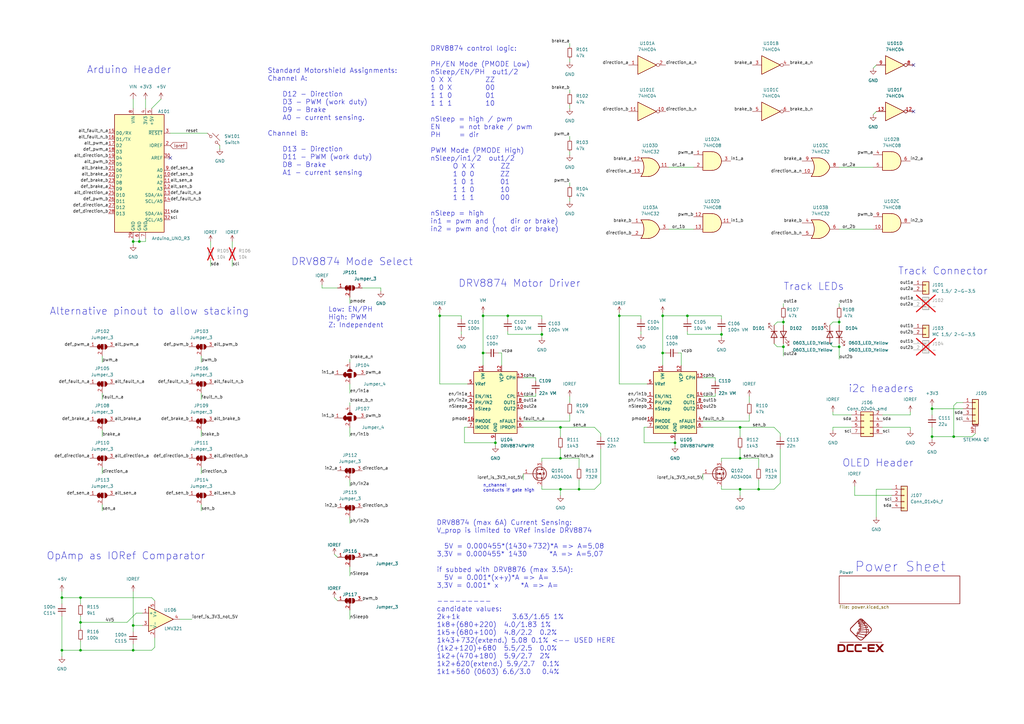
<source format=kicad_sch>
(kicad_sch (version 20230121) (generator eeschema)
  (paper "A3")
  (title_block (title "EX-Motorshield8874") (date "2024-01-24") (rev "RevA") (company "semify-eda.com") (comment 1 "Engineer: Erwin Peterlin") (comment 3 "CERN-OHL-W v2 or later") (comment 4 "Licensed under"))
  (junction (at 25.4 245.11))
  (junction (at 311.15 200.66))
  (junction (at 344.17 142.24))
  (junction (at 57.15 99.06))
  (junction (at 222.25 137.16))
  (junction (at 295.91 137.16))
  (junction (at 54.61 256.54))
  (junction (at 25.4 266.7))
  (junction (at 229.87 187.96))
  (junction (at 208.28 129.54))
  (junction (at 237.49 200.66))
  (junction (at 54.61 99.06))
  (junction (at 321.31 132.08))
  (junction (at 271.78 129.54))
  (junction (at 254 129.54))
  (junction (at 33.02 245.11))
  (junction (at 198.12 129.54))
  (junction (at 229.87 175.26))
  (junction (at 391.16 179.07))
  (junction (at 198.12 144.78))
  (junction (at 180.34 129.54))
  (junction (at 276.86 181.61))
  (junction (at 303.53 200.66))
  (junction (at 281.94 129.54))
  (junction (at 229.87 200.66))
  (junction (at 54.61 266.7))
  (junction (at 382.27 179.07))
  (junction (at 303.53 175.26))
  (junction (at 344.17 132.08))
  (junction (at 33.02 255.27))
  (junction (at 382.27 167.64))
  (junction (at 203.2 181.61))
  (junction (at 271.78 144.78))
  (junction (at 303.53 187.96))
  (junction (at 33.02 266.7))
  (junction (at 321.31 142.24))
  (no_connect (at 374.65 45.72))
  (no_connect (at 69.85 64.77))
  (no_connect (at 374.65 26.67))
  (wire (pts (xy 303.53 187.96) (xy 311.15 187.96)))
  (wire (pts (xy 82.55 194.31) (xy 82.55 191.77)))
  (wire (pts (xy 344.17 93.98) (xy 358.14 93.98)))
  (wire (pts (xy 143.51 254) (xy 143.51 250.19)))
  (wire (pts (xy 57.15 99.06) (xy 59.69 99.06)))
  (wire (pts (xy 25.4 245.11) (xy 25.4 247.65)))
  (wire (pts (xy 262.89 137.16) (xy 262.89 135.89)))
  (wire (pts (xy 271.78 144.78) (xy 273.05 144.78)))
  (wire (pts (xy 222.25 200.66) (xy 229.87 200.66)))
  (wire (pts (xy 41.91 163.83) (xy 41.91 161.29)))
  (wire (pts (xy 341.63 170.18) (xy 349.25 170.18)))
  (wire (pts (xy 359.41 200.66) (xy 359.41 212.09)))
  (wire (pts (xy 392.43 165.1) (xy 391.16 166.37)))
  (wire (pts (xy 229.87 175.26) (xy 229.87 179.07)))
  (wire (pts (xy 295.91 187.96) (xy 303.53 187.96)))
  (wire (pts (xy 307.34 170.18) (xy 307.34 172.72)))
  (wire (pts (xy 321.31 124.46) (xy 321.31 125.73)))
  (wire (pts (xy 295.91 137.16) (xy 281.94 137.16)))
  (wire (pts (xy 233.68 38.1) (xy 233.68 36.83)))
  (wire (pts (xy 189.23 137.16) (xy 189.23 135.89)))
  (wire (pts (xy 95.25 109.22) (xy 95.25 106.68)))
  (wire (pts (xy 391.16 179.07) (xy 398.78 179.07)))
  (wire (pts (xy 276.86 182.88) (xy 276.86 181.61)))
  (wire (pts (xy 203.2 182.88) (xy 203.2 181.61)))
  (wire (pts (xy 382.27 167.64) (xy 382.27 170.18)))
  (wire (pts (xy 190.5 175.26) (xy 191.77 175.26)))
  (wire (pts (xy 143.51 124.46) (xy 143.51 121.92)))
  (wire (pts (xy 222.25 199.39) (xy 222.25 200.66)))
  (wire (pts (xy 233.68 24.13) (xy 233.68 25.4)))
  (wire (pts (xy 233.68 76.2) (xy 233.68 74.93)))
  (wire (pts (xy 237.49 196.85) (xy 237.49 200.66)))
  (wire (pts (xy 198.12 144.78) (xy 199.39 144.78)))
  (wire (pts (xy 341.63 175.26) (xy 349.25 175.26)))
  (wire (pts (xy 320.04 184.15) (xy 320.04 198.12)))
  (wire (pts (xy 62.23 245.11) (xy 63.5 246.38)))
  (wire (pts (xy 264.16 181.61) (xy 276.86 181.61)))
  (wire (pts (xy 143.51 147.32) (xy 143.51 148.59)))
  (wire (pts (xy 86.36 109.22) (xy 86.36 106.68)))
  (wire (pts (xy 340.36 140.97) (xy 341.63 142.24)))
  (wire (pts (xy 95.25 99.06) (xy 95.25 101.6)))
  (wire (pts (xy 392.43 165.1) (xy 394.97 165.1)))
  (wire (pts (xy 233.68 162.56) (xy 233.68 165.1)))
  (wire (pts (xy 205.74 144.78) (xy 205.74 149.86)))
  (wire (pts (xy 303.53 184.15) (xy 303.53 187.96)))
  (wire (pts (xy 143.51 214.63) (xy 143.51 212.09)))
  (wire (pts (xy 237.49 200.66) (xy 243.84 200.66)))
  (wire (pts (xy 321.31 130.81) (xy 321.31 132.08)))
  (wire (pts (xy 198.12 129.54) (xy 198.12 144.78)))
  (wire (pts (xy 25.4 266.7) (xy 25.4 269.24)))
  (wire (pts (xy 237.49 187.96) (xy 237.49 191.77)))
  (wire (pts (xy 219.71 161.29) (xy 219.71 162.56)))
  (wire (pts (xy 276.86 180.34) (xy 276.86 181.61)))
  (wire (pts (xy 271.78 129.54) (xy 281.94 129.54)))
  (wire (pts (xy 246.38 184.15) (xy 246.38 198.12)))
  (wire (pts (xy 318.77 132.08) (xy 321.31 132.08)))
  (wire (pts (xy 214.63 154.94) (xy 219.71 154.94)))
  (wire (pts (xy 190.5 175.26) (xy 190.5 181.61)))
  (wire (pts (xy 41.91 194.31) (xy 41.91 191.77)))
  (wire (pts (xy 62.23 266.7) (xy 63.5 265.43)))
  (wire (pts (xy 293.37 162.56) (xy 288.29 162.56)))
  (wire (pts (xy 55.88 251.46) (xy 58.42 251.46)))
  (wire (pts (xy 243.84 175.26) (xy 246.38 177.8)))
  (wire (pts (xy 344.17 124.46) (xy 344.17 125.73)))
  (wire (pts (xy 254 129.54) (xy 254 157.48)))
  (wire (pts (xy 69.85 54.61) (xy 85.09 54.61)))
  (wire (pts (xy 318.77 142.24) (xy 321.31 142.24)))
  (wire (pts (xy 198.12 144.78) (xy 198.12 149.86)))
  (wire (pts (xy 132.08 116.84) (xy 132.08 118.11)))
  (wire (pts (xy 254 157.48) (xy 265.43 157.48)))
  (wire (pts (xy 54.61 256.54) (xy 54.61 259.08)))
  (wire (pts (xy 341.63 168.91) (xy 341.63 170.18)))
  (wire (pts (xy 320.04 198.12) (xy 317.5 200.66)))
  (wire (pts (xy 293.37 154.94) (xy 293.37 156.21)))
  (wire (pts (xy 190.5 181.61) (xy 203.2 181.61)))
  (wire (pts (xy 274.32 93.98) (xy 284.48 93.98)))
  (wire (pts (xy 358.14 46.99) (xy 359.41 45.72)))
  (wire (pts (xy 344.17 68.58) (xy 358.14 68.58)))
  (wire (pts (xy 156.21 118.11) (xy 148.59 118.11)))
  (wire (pts (xy 278.13 144.78) (xy 279.4 144.78)))
  (wire (pts (xy 82.55 209.55) (xy 82.55 207.01)))
  (wire (pts (xy 208.28 129.54) (xy 222.25 129.54)))
  (wire (pts (xy 214.63 175.26) (xy 229.87 175.26)))
  (wire (pts (xy 229.87 200.66) (xy 229.87 203.2)))
  (wire (pts (xy 320.04 177.8) (xy 320.04 179.07)))
  (wire (pts (xy 229.87 184.15) (xy 229.87 187.96)))
  (wire (pts (xy 264.16 175.26) (xy 264.16 181.61)))
  (wire (pts (xy 344.17 140.97) (xy 344.17 142.24)))
  (wire (pts (xy 82.55 148.59) (xy 82.55 146.05)))
  (wire (pts (xy 33.02 245.11) (xy 33.02 247.65)))
  (wire (pts (xy 233.68 19.05) (xy 233.68 17.78)))
  (wire (pts (xy 90.17 59.69) (xy 90.17 60.96)))
  (wire (pts (xy 33.02 255.27) (xy 52.07 255.27)))
  (wire (pts (xy 361.95 170.18) (xy 373.38 170.18)))
  (wire (pts (xy 382.27 180.34) (xy 382.27 179.07)))
  (wire (pts (xy 156.21 118.11) (xy 156.21 119.38)))
  (wire (pts (xy 373.38 175.26) (xy 373.38 176.53)))
  (wire (pts (xy 33.02 266.7) (xy 54.61 266.7)))
  (wire (pts (xy 341.63 132.08) (xy 344.17 132.08)))
  (wire (pts (xy 317.5 140.97) (xy 318.77 142.24)))
  (wire (pts (xy 303.53 200.66) (xy 303.53 203.2)))
  (wire (pts (xy 274.32 68.58) (xy 284.48 68.58)))
  (wire (pts (xy 262.89 129.54) (xy 262.89 130.81)))
  (wire (pts (xy 41.91 148.59) (xy 41.91 146.05)))
  (wire (pts (xy 233.68 81.28) (xy 233.68 82.55)))
  (wire (pts (xy 233.68 43.18) (xy 233.68 44.45)))
  (wire (pts (xy 361.95 175.26) (xy 373.38 175.26)))
  (wire (pts (xy 344.17 132.08) (xy 344.17 133.35)))
  (wire (pts (xy 233.68 57.15) (xy 233.68 55.88)))
  (wire (pts (xy 303.53 200.66) (xy 311.15 200.66)))
  (wire (pts (xy 137.16 245.11) (xy 138.43 246.38)))
  (wire (pts (xy 264.16 175.26) (xy 265.43 175.26)))
  (wire (pts (xy 307.34 162.56) (xy 307.34 165.1)))
  (wire (pts (xy 33.02 255.27) (xy 33.02 257.81)))
  (wire (pts (xy 214.63 172.72) (xy 233.68 172.72)))
  (wire (pts (xy 198.12 128.27) (xy 198.12 129.54)))
  (wire (pts (xy 281.94 137.16) (xy 281.94 135.89)))
  (wire (pts (xy 33.02 245.11) (xy 25.4 245.11)))
  (wire (pts (xy 344.17 130.81) (xy 344.17 132.08)))
  (wire (pts (xy 33.02 262.89) (xy 33.02 266.7)))
  (wire (pts (xy 180.34 128.27) (xy 180.34 129.54)))
  (wire (pts (xy 143.51 179.07) (xy 143.51 175.26)))
  (wire (pts (xy 204.47 144.78) (xy 205.74 144.78)))
  (wire (pts (xy 180.34 129.54) (xy 180.34 157.48)))
  (wire (pts (xy 311.15 187.96) (xy 311.15 191.77)))
  (wire (pts (xy 54.61 264.16) (xy 54.61 266.7)))
  (wire (pts (xy 254 128.27) (xy 254 129.54)))
  (wire (pts (xy 219.71 154.94) (xy 219.71 156.21)))
  (wire (pts (xy 246.38 177.8) (xy 246.38 179.07)))
  (wire (pts (xy 233.68 170.18) (xy 233.68 172.72)))
  (wire (pts (xy 143.51 199.39) (xy 143.51 196.85)))
  (wire (pts (xy 180.34 157.48) (xy 191.77 157.48)))
  (wire (pts (xy 63.5 261.62) (xy 63.5 265.43)))
  (wire (pts (xy 344.17 142.24) (xy 344.17 147.32)))
  (wire (pts (xy 229.87 175.26) (xy 243.84 175.26)))
  (wire (pts (xy 208.28 137.16) (xy 208.28 135.89)))
  (wire (pts (xy 82.55 163.83) (xy 82.55 161.29)))
  (wire (pts (xy 271.78 129.54) (xy 271.78 144.78)))
  (wire (pts (xy 25.4 266.7) (xy 33.02 266.7)))
  (wire (pts (xy 54.61 100.33) (xy 54.61 99.06)))
  (wire (pts (xy 281.94 129.54) (xy 295.91 129.54)))
  (wire (pts (xy 54.61 40.64) (xy 54.61 44.45)))
  (wire (pts (xy 143.51 236.22) (xy 143.51 232.41)))
  (wire (pts (xy 288.29 154.94) (xy 293.37 154.94)))
  (wire (pts (xy 295.91 138.43) (xy 295.91 137.16)))
  (wire (pts (xy 295.91 199.39) (xy 295.91 200.66)))
  (wire (pts (xy 203.2 180.34) (xy 203.2 181.61)))
  (wire (pts (xy 288.29 172.72) (xy 307.34 172.72)))
  (wire (pts (xy 41.91 179.07) (xy 41.91 176.53)))
  (wire (pts (xy 208.28 130.81) (xy 208.28 129.54)))
  (wire (pts (xy 54.61 256.54) (xy 54.61 242.57)))
  (wire (pts (xy 359.41 200.66) (xy 365.76 200.66)))
  (wire (pts (xy 54.61 99.06) (xy 57.15 99.06)))
  (wire (pts (xy 279.4 144.78) (xy 279.4 149.86)))
  (wire (pts (xy 25.4 242.57) (xy 25.4 245.11)))
  (wire (pts (xy 222.25 189.23) (xy 222.25 187.96)))
  (wire (pts (xy 86.36 99.06) (xy 86.36 101.6)))
  (wire (pts (xy 54.61 99.06) (xy 54.61 97.79)))
  (wire (pts (xy 303.53 175.26) (xy 303.53 179.07)))
  (wire (pts (xy 137.16 227.33) (xy 138.43 228.6)))
  (wire (pts (xy 54.61 256.54) (xy 58.42 256.54)))
  (wire (pts (xy 143.51 161.29) (xy 143.51 157.48)))
  (wire (pts (xy 358.14 27.94) (xy 359.41 26.67)))
  (wire (pts (xy 350.52 199.39) (xy 350.52 203.2)))
  (wire (pts (xy 59.69 40.64) (xy 59.69 44.45)))
  (wire (pts (xy 246.38 198.12) (xy 243.84 200.66)))
  (wire (pts (xy 33.02 245.11) (xy 62.23 245.11)))
  (wire (pts (xy 222.25 135.89) (xy 222.25 137.16)))
  (wire (pts (xy 303.53 175.26) (xy 317.5 175.26)))
  (wire (pts (xy 317.5 175.26) (xy 320.04 177.8)))
  (wire (pts (xy 281.94 130.81) (xy 281.94 129.54)))
  (wire (pts (xy 321.31 142.24) (xy 321.31 146.05)))
  (wire (pts (xy 222.25 137.16) (xy 208.28 137.16)))
  (wire (pts (xy 295.91 129.54) (xy 295.91 130.81)))
  (wire (pts (xy 321.31 140.97) (xy 321.31 142.24)))
  (wire (pts (xy 382.27 166.37) (xy 382.27 167.64)))
  (wire (pts (xy 311.15 196.85) (xy 311.15 200.66)))
  (wire (pts (xy 341.63 142.24) (xy 344.17 142.24)))
  (wire (pts (xy 229.87 200.66) (xy 237.49 200.66)))
  (wire (pts (xy 214.63 194.31) (xy 214.63 196.85)))
  (wire (pts (xy 73.66 254) (xy 78.74 254)))
  (wire (pts (xy 271.78 144.78) (xy 271.78 149.86)))
  (wire (pts (xy 321.31 132.08) (xy 321.31 133.35)))
  (wire (pts (xy 55.88 251.46) (xy 52.07 255.27)))
  (wire (pts (xy 25.4 252.73) (xy 25.4 266.7)))
  (wire (pts (xy 350.52 203.2) (xy 365.76 203.2)))
  (wire (pts (xy 288.29 175.26) (xy 303.53 175.26)))
  (wire (pts (xy 317.5 133.35) (xy 318.77 132.08)))
  (wire (pts (xy 233.68 62.23) (xy 233.68 63.5)))
  (wire (pts (xy 143.51 165.1) (xy 143.51 166.37)))
  (wire (pts (xy 82.55 179.07) (xy 82.55 176.53)))
  (wire (pts (xy 382.27 167.64) (xy 394.97 167.64)))
  (wire (pts (xy 189.23 129.54) (xy 189.23 130.81)))
  (wire (pts (xy 59.69 99.06) (xy 59.69 97.79)))
  (wire (pts (xy 219.71 162.56) (xy 214.63 162.56)))
  (wire (pts (xy 222.25 129.54) (xy 222.25 130.81)))
  (wire (pts (xy 382.27 175.26) (xy 382.27 179.07)))
  (wire (pts (xy 229.87 187.96) (xy 237.49 187.96)))
  (wire (pts (xy 271.78 128.27) (xy 271.78 129.54)))
  (wire (pts (xy 293.37 161.29) (xy 293.37 162.56)))
  (wire (pts (xy 33.02 252.73) (xy 33.02 255.27)))
  (wire (pts (xy 222.25 138.43) (xy 222.25 137.16)))
  (wire (pts (xy 254 129.54) (xy 262.89 129.54)))
  (wire (pts (xy 66.04 40.64) (xy 62.23 44.45)))
  (wire (pts (xy 295.91 135.89) (xy 295.91 137.16)))
  (wire (pts (xy 398.78 179.07) (xy 400.05 177.8)))
  (wire (pts (xy 54.61 266.7) (xy 62.23 266.7)))
  (wire (pts (xy 373.38 168.91) (xy 373.38 170.18)))
  (wire (pts (xy 198.12 129.54) (xy 208.28 129.54)))
  (wire (pts (xy 180.34 129.54) (xy 189.23 129.54)))
  (wire (pts (xy 382.27 179.07) (xy 391.16 179.07)))
  (wire (pts (xy 311.15 200.66) (xy 317.5 200.66)))
  (wire (pts (xy 41.91 209.55) (xy 41.91 207.01)))
  (wire (pts (xy 295.91 200.66) (xy 303.53 200.66)))
  (wire (pts (xy 132.08 118.11) (xy 138.43 118.11)))
  (wire (pts (xy 340.36 133.35) (xy 341.63 132.08)))
  (wire (pts (xy 288.29 194.31) (xy 288.29 196.85)))
  (wire (pts (xy 222.25 187.96) (xy 229.87 187.96)))
  (wire (pts (xy 341.63 175.26) (xy 341.63 176.53)))
  (wire (pts (xy 57.15 99.06) (xy 57.15 97.79)))
  (wire (pts (xy 391.16 166.37) (xy 391.16 179.07)))
  (wire (pts (xy 295.91 189.23) (xy 295.91 187.96)))
  (text "Power Sheet" (at 350.52 234.95 0) (effects (font (size 4 4)) (justify left bottom)))
  (text "Standard Motorshield Assignments:\nChannel A:\n\n    D12 - Direction\n    D3 - PWM (work duty)\n    D9 - Brake\n    A0 - current sensing.\n\nChannel B:\n\n    D13 - Direction\n    D11 - PWM (work duty)\n    D8 - Brake\n    A1 - current sensing\n" (at 109.728 72.136 0) (effects (font (size 2 2)) (justify left bottom)))
  (text "Track LEDs" (at 321.31 119.38 0) (effects (font (size 3 3)) (justify left bottom)))
  (text "DRV8874 Mode Select" (at 119.38 109.22 0) (effects (font (size 3 3)) (justify left bottom)))
  (text "Low: EN/PH\nHigh: PWM\nZ: Independent" (at 134.62 134.62 0) (effects (font (size 2 2)) (justify left bottom)))
  (text "OpAmp as IORef Comparator" (at 19.05 229.87 0) (effects (font (size 3 3)) (justify left bottom)))
  (text "DRV8874 Motor Driver" (at 187.96 118.11 0) (effects (font (size 3 3)) (justify left bottom)))
  (text "DRV8874 (max 6A) Current Sensing: \nV_prop is limited to VRef inside DRV8874\n\n  5V = 0.000455*(1430+732)*A => A=5,08\n3,3V = 0.000455* 1430      *A => A=5,07\n\nif subbed with DRV8876 (max 3.5A):\n  5V = 0.001*(x+y)*A => A=\n3,3V = 0.001* x      *A => A=\n\n---------\ncandidate values:\n2k+1k              3.63/1.65 1%\n1k8+(680+220)  4.0/1.83 1%\n1k5+(680+100)  4.8/2.2  0.2%\n1k43+732(extend.) 5.08 0.1% <-- USED HERE\n(1k2+120)+680  5.5/2.5  0.0%   \n1k2+(470+180)  5.9/2.7  2%\n1k2+620(extend.) 5.9/2.7  0.1%\n1k1+560 (0603) 6.6/3.0   0.4%\n" (at 179.07 276.86 0) (effects (font (size 2 2)) (justify left bottom)))
  (text "n_channel\nconducts if gate high" (at 198.12 201.93 0) (effects (font (size 1.27 1.27)) (justify left bottom)))
  (text "DRV8874 control logic:\n\nPH/EN Mode (PMODE Low)\nnSleep/EN/PH  out1/2\n0 X X         ZZ\n1 0 X         00\n1 1 0         01\n1 1 1         10\n\nnSleep = high / pwm\nEN     = not brake / pwm\nPH     = dir\n\nPWM Mode (PMODE High)\nnSleep/in1/2  out1/2\n      O X X       ZZ\n      1 0 0       ZZ\n      1 0 1       01\n      1 1 0       10\n      1 1 1       00\n\nnSleep = high\nin1 = pwm and (    dir or brake)\nin2 = pwm and (not dir or brake)" (at 176.53 95.25 0) (effects (font (size 2 2)) (justify left bottom)))
  (text "Arduino Header" (at 35.56 30.48 0) (effects (font (size 3 3)) (justify left bottom)))
  (text "Track Connector" (at 368.3 113.03 0) (effects (font (size 3 3)) (justify left bottom)))
  (text "Alternative pinout to allow stacking" (at 20.32 129.54 0) (effects (font (size 3 3)) (justify left bottom)))
  (text "new MotorDriver( 3, 12, UNUSED_PIN, 9, A0, 2.99, 1500, UNUSED_PIN), \\\n  new MotorDriver(11, 13, UNUSED_PIN, 8, A1, 2.99, 1500, UNUSED_PIN), \\\n  new MotorDriver( 2, 10, UNUSED_PIN, 7, A2, 2.99, 1500, UNUSED_PIN), \\\n  new MotorDriver( 5,  4, UNUSED_PIN, 6, A3, 2.99, 1500, UNUSED_PIN)" (at 20.574 -9.652 0) (effects (font (size 3 3)) (justify left bottom)))
  (text "OLED Header" (at 345.44 191.77 0) (effects (font (size 3 3)) (justify left bottom)))
  (text "i2c headers" (at 347.98 161.29 0) (effects (font (size 3 3)) (justify left bottom)))
  (label "pwm_b" (at 82.55 148.59 0))
  (label "direction_a_n" (at 328.93 71.12 180))
  (label "alt_direction_a" (at 46.99 187.96 0))
  (label "ioref_is_3V3_not_5V" (at 78.74 254 0))
  (label "out2a" (at 374.65 125.73 180))
  (label "cphb" (at 288.29 154.94 0))
  (label "brake_a" (at 328.93 66.04 180))
  (label "fault_n_a" (at 41.91 163.83 0))
  (label "out1b" (at 344.17 124.46 0))
  (label "pwm_a" (at 358.14 63.5 180))
  (label "sen_b" (at 308.61 175.26 0))
  (label "in2_a" (at 373.38 66.04 0))
  (label "def_direction_a" (at 36.83 187.96 180))
  (label "out2b" (at 344.17 147.32 0))
  (label "direction_a" (at 41.91 194.31 0))
  (label "brake_b" (at 259.08 91.44 180))
  (label "def_fault_n_b" (at 77.47 157.48 180))
  (label "out2a" (at 214.63 167.64 0))
  (label "cpha" (at 214.63 154.94 0))
  (label "direction_a_n" (at 273.05 26.67 0))
  (label "direction_a" (at 259.08 71.12 180))
  (label "alt_sen_b" (at 87.63 203.2 0))
  (label "def_fault_n_a" (at 69.85 80.01 0))
  (label "nSleepa" (at 191.77 167.64 180))
  (label "brake_a" (at 259.08 66.04 180))
  (label "def_fault_n_a" (at 36.83 157.48 180))
  (label "brake_a" (at 41.91 179.07 0))
  (label "alt_brake_b" (at 87.63 172.72 0))
  (label "en{slash}in1a" (at 143.51 161.29 0))
  (label "pmode" (at 143.51 124.46 0))
  (label "direction_b" (at 257.81 45.72 180))
  (label "ioref_is_3V3_not_5V" (at 214.63 196.85 180))
  (label "alt_brake_b" (at 44.45 69.85 180))
  (label "out1b" (at 374.65 140.97 180))
  (label "pwm_b" (at 233.68 74.93 180))
  (label "ph{slash}in2b" (at 265.43 165.1 180))
  (label "alt_sen_a" (at 46.99 203.2 0))
  (label "sda" (at 365.76 208.28 180))
  (label "cpla" (at 214.63 162.56 0))
  (label "alt_brake_a" (at 44.45 72.39 180))
  (label "brake_b" (at 308.61 45.72 180))
  (label "alt_direction_b" (at 87.63 187.96 0))
  (label "brake_b" (at 82.55 179.07 0))
  (label "alt_fault_n_a" (at 46.99 157.48 0))
  (label "cplb" (at 288.29 162.56 0))
  (label "scl" (at 365.76 205.74 180))
  (label "vcpb" (at 279.4 144.78 0))
  (label "out2a" (at 321.31 146.05 0))
  (label "direction_b_n" (at 328.93 96.52 180))
  (label "alt_sen_b" (at 69.85 77.47 0))
  (label "direction_b" (at 148.59 208.28 0))
  (label "pwm_a" (at 148.59 228.6 0))
  (label "def_sen_b" (at 69.85 72.39 0))
  (label "def_pwm_b" (at 44.45 82.55 180))
  (label "pmode" (at 191.77 172.72 180))
  (label "en{slash}in1b" (at 143.51 179.07 0))
  (label "pwm_b" (at 149.86 171.45 0))
  (label "def_direction_b" (at 77.47 187.96 180))
  (label "alt_direction_a" (at 44.45 80.01 180))
  (label "def_sen_a" (at 69.85 69.85 0))
  (label "out1a" (at 374.65 123.19 180))
  (label "direction_b" (at 259.08 96.52 180))
  (label "def_pwm_a" (at 36.83 142.24 180))
  (label "fault_n_b" (at 288.29 172.72 0))
  (label "scl" (at 394.97 172.72 180))
  (label "brake_b" (at 328.93 91.44 180))
  (label "def_pwm_b" (at 77.47 142.24 180))
  (label "sen_switch_b" (at 304.8 187.96 0))
  (label "brake_a" (at 233.68 17.78 180))
  (label "def_brake_a" (at 44.45 77.47 180))
  (label "in1_b" (at 137.16 171.45 180))
  (label "scl" (at 95.25 109.22 0))
  (label "def_brake_a" (at 36.83 172.72 180))
  (label "or_2a" (at 345.44 68.58 0))
  (label "sda" (at 361.95 172.72 0))
  (label "alt_sen_a" (at 69.85 74.93 0))
  (label "sen_a" (at 234.95 175.26 0))
  (label "out1b" (at 374.65 134.62 180))
  (label "ioref_is_3V3_not_5V" (at 288.29 196.85 180))
  (label "brake_b_n" (at 143.51 165.1 0))
  (label "or_2b" (at 345.44 93.98 0))
  (label "brake_b" (at 233.68 36.83 180))
  (label "pwm_a" (at 149.86 153.67 0))
  (label "alt_pwm_a" (at 44.45 59.69 180))
  (label "def_fault_n_b" (at 69.85 82.55 0))
  (label "alt_brake_a" (at 46.99 172.72 0))
  (label "out1a" (at 214.63 165.1 0))
  (label "alt_fault_n_a" (at 44.45 54.61 180))
  (label "pwm_a" (at 284.48 63.5 180))
  (label "def_brake_b" (at 77.47 172.72 180))
  (label "out1a" (at 321.31 124.46 0))
  (label "fault_n_a" (at 214.63 172.72 0))
  (label "direction_a" (at 257.81 26.67 180))
  (label "alt_pwm_b" (at 44.45 67.31 180))
  (label "out2b" (at 374.65 137.16 180))
  (label "def_pwm_a" (at 44.45 62.23 180))
  (label "sda" (at 394.97 170.18 180))
  (label "nSleepa" (at 143.51 236.22 0))
  (label "alt_direction_b" (at 44.45 64.77 180))
  (label "ph{slash}in2b" (at 143.51 214.63 0))
  (label "sen_switch_a" (at 231.14 187.96 0))
  (label "scl" (at 361.95 177.8 0))
  (label "brake_a_n" (at 143.51 147.32 0))
  (label "out1b" (at 288.29 165.1 0))
  (label "out2b" (at 288.29 167.64 0))
  (label "sda" (at 69.85 87.63 0))
  (label "direction_a" (at 148.59 193.04 0))
  (label "def_sen_b" (at 77.47 203.2 180))
  (label "pwm_a" (at 233.68 55.88 180))
  (label "nSleepb" (at 143.51 254 0))
  (label "ph{slash}in2a" (at 191.77 165.1 180))
  (label "brake_b_n" (at 323.85 45.72 0))
  (label "def_brake_b" (at 44.45 74.93 180))
  (label "4V5" (at 43.18 255.27 0))
  (label "out2a" (at 374.65 119.38 180))
  (label "alt_fault_n_b" (at 87.63 157.48 0))
  (label "pwm_b" (at 284.48 88.9 180))
  (label "pmode" (at 265.43 172.72 180))
  (label "pwm_b" (at 148.59 246.38 0))
  (label "in2_a" (at 138.43 193.04 180))
  (label "pwm_b" (at 358.14 88.9 180))
  (label "ph{slash}in2a" (at 143.51 199.39 0))
  (label "scl" (at 69.85 90.17 0))
  (label "sen_a" (at 41.91 209.55 0))
  (label "scl" (at 349.25 177.8 180))
  (label "direction_b" (at 82.55 194.31 0))
  (label "brake_a_n" (at 323.85 26.67 0))
  (label "or_1b" (at 275.59 93.98 0))
  (label "sda" (at 86.36 109.22 0))
  (label "in1_a" (at 299.72 66.04 0))
  (label "out2b" (at 374.65 143.51 180))
  (label "def_direction_b" (at 44.45 87.63 180))
  (label "def_direction_a" (at 44.45 85.09 180))
  (label "alt_pwm_b" (at 87.63 142.24 0))
  (label "vcpa" (at 205.74 144.78 0))
  (label "en{slash}in1b" (at 265.43 162.56 180))
  (label "nSleepb" (at 265.43 167.64 180))
  (label "in2_b" (at 138.43 208.28 180))
  (label "sda" (at 349.25 172.72 180))
  (label "in2_b" (at 373.38 91.44 0))
  (label "def_sen_a" (at 36.83 203.2 180))
  (label "reset" (at 76.2 54.61 0))
  (label "pwm_a" (at 41.91 148.59 0))
  (label "in1_a" (at 137.16 153.67 180))
  (label "brake_a" (at 308.61 26.67 180))
  (label "en{slash}in1a" (at 191.77 162.56 180))
  (label "or_1a" (at 275.59 68.58 0))
  (label "alt_fault_n_b" (at 44.45 57.15 180))
  (label "out1a" (at 374.65 116.84 180))
  (label "direction_b_n" (at 273.05 45.72 0))
  (label "sen_b" (at 82.55 209.55 0))
  (label "in1_b" (at 299.72 91.44 0))
  (label "fault_n_b" (at 82.55 163.83 0))
  (label "alt_pwm_a" (at 46.99 142.24 0))
  (global_label "ioref" (shape input) (at 69.85 59.69 0) (property "Intersheetrefs" "${INTERSHEET_REFS}" (effects hide)))
  (symbol (lib_id "power:GND") (at 156.21 119.38 0) (unit 1)
    (property "Reference" "#PWR0115" (effects hide))
    (property "Value" "GND" (at 156.21 124.46 0))
  )
  (symbol (lib_id "74xx:74LS32") (at 266.7 93.98 0) (unit 1)
    (property "Reference" "U103" (at 266.7 85.09 0))
    (property "Value" "74HC32" (at 266.7 87.63 0))
    (property "Footprint" "Package_SO:SO-14_3.9x8.65mm_P1.27mm" (effects hide))
    (property "LCSC Part #" "C5632" (effects hide))
  )
  (symbol (lib_id "power:GND") (at 54.61 100.33 0) (unit 1)
    (property "Reference" "#PWR0113" (effects hide))
    (property "Value" "GND" (at 54.61 105.41 0))
  )
  (symbol (lib_id "Jumper:SolderJumper_3_Bridged12") (at 41.91 203.2 0) (unit 1) (in_bom no)
    (property "Reference" "JP113" (at 41.91 196.85 0))
    (property "Value" "Jumper_3" (at 41.91 199.39 0))
    (property "Footprint" "_my:SolderJumper-3" (effects hide))
  )
  (symbol (lib_id "_my:IOREF") (at 137.16 245.11 0) (unit 1) (in_bom no) (on_board no)
    (property "Reference" "#PWR0141" (effects hide))
    (property "Value" "IOREF" (at 137.16 241.3 0))
  )
  (symbol (lib_id "power:GND") (at 276.86 182.88 0) (unit 1)
    (property "Reference" "#PWR0133" (effects hide))
    (property "Value" "GND" (at 276.86 187.96 0))
  )
  (symbol (lib_id "_my:IOREF") (at 307.34 162.56 0) (unit 1) (in_bom no) (on_board no)
    (property "Reference" "#PWR0125" (effects hide))
    (property "Value" "IOREF" (at 307.34 157.48 0))
  )
  (symbol (lib_id "power:GND") (at 382.27 180.34 0) (unit 1)
    (property "Reference" "#PWR0131" (effects hide))
    (property "Value" "GND" (at 382.27 185.42 0))
  )
  (symbol (lib_id "Device:C_Small") (at 281.94 133.35 0) (unit 1)
    (property "Reference" "C105" (at 284.48 132.0862 0) (effects (justify left)))
    (property "Value" "10u VM" (at 284.48 134.6262 0) (effects (justify left)))
    (property "Footprint" "Capacitor_SMD:C_1206_3216Metric" (effects hide))
    (property "LCSC Part #" "C13585" (effects hide))
  )
  (symbol (lib_id "power:GND") (at 189.23 137.16 0) (unit 1)
    (property "Reference" "#PWR0120" (effects hide))
    (property "Value" "GND" (at 189.23 142.24 0))
  )
  (symbol (lib_id "Jumper:SolderJumper_3_Bridged12") (at 82.55 203.2 0) (unit 1) (in_bom no)
    (property "Reference" "JP114" (at 82.55 196.85 0))
    (property "Value" "Jumper_3" (at 82.55 199.39 0))
    (property "Footprint" "_my:SolderJumper-3" (effects hide))
  )
  (symbol (lib_id "Device:LED") (at 340.36 137.16 270) (unit 1)
    (property "Reference" "D103" (at 332.74 134.62 90) (effects (justify left)))
    (property "Value" "0603_LED_Yellow" (at 347.98 143.51 90) (effects (justify left)))
    (property "Footprint" "LED_SMD:LED_0603_1608Metric" (effects hide))
    (property "LCSC Part #" "C72038" (effects hide))
  )
  (symbol (lib_id "Device:R_Small") (at 233.68 40.64 0) (unit 1)
    (property "Reference" "R102" (at 236.22 39.3699 0) (effects (justify left)))
    (property "Value" "47k" (at 236.22 41.9099 0) (effects (justify left)))
    (property "Footprint" "_my:R_1005_(0402)" (effects hide))
    (property "LCSC Part #" "C163440" (effects hide))
  )
  (symbol (lib_id "Device:C_Small") (at 25.4 250.19 180) (unit 1)
    (property "Reference" "C114" (at 22.86 251.46 0) (effects (justify left)))
    (property "Value" "100n" (at 22.86 248.92 0) (effects (justify left)))
    (property "Footprint" "_my:C_1005_(0402)" (effects hide))
    (property "LCSC Part #" "C1525" (effects hide))
  )
  (symbol (lib_id "74xx:74LS32") (at 266.7 68.58 0) (unit 4)
    (property "Reference" "U103" (at 266.7 59.69 0))
    (property "Value" "74HC32" (at 266.7 62.23 0))
    (property "Footprint" "Package_SO:SO-14_3.9x8.65mm_P1.27mm" (effects hide))
    (property "LCSC Part #" "C5632" (effects hide))
  )
  (symbol (lib_id "_my:IOREF") (at 137.16 227.33 0) (unit 1) (in_bom no) (on_board no)
    (property "Reference" "#PWR0138" (effects hide))
    (property "Value" "IOREF" (at 137.16 223.52 0))
  )
  (symbol (lib_id "Amplifier_Operational:LM321") (at 66.04 254 0) (unit 1)
    (property "Reference" "U106" (at 69.85 250.19 0))
    (property "Value" "LMV321" (at 71.12 257.81 0))
    (property "Footprint" "Package_TO_SOT_SMD:SOT-23-5" (effects hide))
    (property "Datasheet" "https://www.ti.com/cn/lit/ds/symlink/lmv321.pdf?ts=1676406758902&ref_url=https%253A%252F%252Fjlcpcb.com%252F" (effects hide))
    (property "LCSC Part #" "C7972" (effects hide))
  )
  (symbol (lib_id "Device:C_Small") (at 275.59 144.78 90) (unit 1)
    (property "Reference" "C108" (at 275.5963 138.43 90))
    (property "Value" "100n" (at 275.5963 140.97 90))
    (property "Footprint" "_my:C_1005_(0402)" (effects hide))
    (property "LCSC Part #" "C1525" (effects hide))
  )
  (symbol (lib_id "_my:IOREF") (at 373.38 168.91 0) (unit 1) (in_bom no) (on_board no)
    (property "Reference" "#PWR0128" (effects hide))
    (property "Value" "IOREF" (at 373.38 163.83 0))
  )
  (symbol (lib_id "power:GND") (at 233.68 82.55 0) (unit 1)
    (property "Reference" "#PWR0110" (effects hide))
    (property "Value" "GND" (at 233.68 87.63 0))
  )
  (symbol (lib_id "power:GND") (at 262.89 137.16 0) (unit 1)
    (property "Reference" "#PWR0121" (effects hide))
    (property "Value" "GND" (at 262.89 142.24 0))
  )
  (symbol (lib_id "Device:R_Small") (at 321.31 128.27 180) (unit 1)
    (property "Reference" "R107" (at 325.12 127 0))
    (property "Value" "47k" (at 325.12 129.54 0))
    (property "Footprint" "_my:R_1005_(0402)" (effects hide))
    (property "LCSC Part #" "C163440" (effects hide))
  )
  (symbol (lib_id "Device:R_Small") (at 229.87 181.61 0) (unit 1)
    (property "Reference" "R111" (at 232.41 180.3399 0) (effects (justify left)))
    (property "Value" "1k43" (at 232.41 182.8799 0) (effects (justify left)))
    (property "Footprint" "_my:R_1005_(0402)" (effects hide))
    (property "LCSC Part #" "C226851" (effects hide))
  )
  (symbol (lib_id "_my:IOREF") (at 233.68 162.56 0) (unit 1) (in_bom no) (on_board no)
    (property "Reference" "#PWR0124" (effects hide))
    (property "Value" "IOREF" (at 233.68 157.48 0))
  )
  (symbol (lib_id "power:GND") (at 359.41 212.09 0) (unit 1)
    (property "Reference" "#PWR0137" (effects hide))
    (property "Value" "GND" (at 359.41 217.17 0))
  )
  (symbol (lib_id "Connector_Generic:Conn_01x02") (at 379.73 116.84 0) (unit 1)
    (property "Reference" "J101" (at 382.27 116.8399 0) (effects (justify left)))
    (property "Value" "MC 1,5/ 2-G-3,5" (at 382.27 119.3799 0) (effects (justify left)))
    (property "Footprint" "_my:PhoenixContact_MC_1,5_2-G-3.5_1x02_P3.50mm_Horizontal_edited" (effects hide))
    (property "LCSC Part #" "C409115" (effects hide))
  )
  (symbol (lib_id "Device:C_Small") (at 262.89 133.35 0) (unit 1)
    (property "Reference" "C104" (at 265.43 132.08 0) (effects (justify left)))
    (property "Value" "100n" (at 265.43 134.62 0) (effects (justify left)))
    (property "Footprint" "_my:C_1005_(0402)" (effects hide))
    (property "LCSC Part #" "C1525" (effects hide))
  )
  (symbol (lib_id "Device:R_Small") (at 86.36 104.14 0) (unit 1) (in_bom no) (dnp yes)
    (property "Reference" "R105" (at 88.9 102.8699 0) (effects (justify left)))
    (property "Value" "10k" (at 88.9 105.4099 0) (effects (justify left)))
    (property "Footprint" "Resistor_SMD:R_0805_2012Metric_Pad1.20x1.40mm_HandSolder" (effects hide))
  )
  (symbol (lib_id "74xx:74LS08") (at 292.1 91.44 0) (unit 4)
    (property "Reference" "U102" (at 292.1 82.55 0))
    (property "Value" "74HC08" (at 292.1 85.09 0))
    (property "Footprint" "Package_SO:SO-14_3.9x8.65mm_P1.27mm" (effects hide))
    (property "LCSC Part #" "C5593" (effects hide))
  )
  (symbol (lib_id "power:GND") (at 229.87 203.2 0) (unit 1)
    (property "Reference" "#PWR0135" (effects hide))
    (property "Value" "GND" (at 229.87 208.28 0))
  )
  (symbol (lib_id "Connector_Generic:Conn_01x04") (at 370.84 203.2 0) (unit 1)
    (property "Reference" "J107" (at 373.38 203.1999 0) (effects (justify left)))
    (property "Value" "Conn_01x04_f" (at 373.38 205.7399 0) (effects (justify left)))
    (property "Footprint" "_my:PinHeader_1x04_P2.54mm_Vertical_solderpad" (effects hide))
    (property "LCSC Part #" " C2685089" (effects hide))
  )
  (symbol (lib_id "_my:DCC-EX") (at 353.06 261.62 0) (unit 1) (in_bom no) (on_board no)
    (property "Reference" "#G101" (effects hide))
    (property "Value" "LOGO" (effects hide))
  )
  (symbol (lib_id "Device:C_Small") (at 382.27 172.72 0) (unit 1)
    (property "Reference" "C111" (at 384.81 171.45 0) (effects (justify left)))
    (property "Value" "22u" (at 384.81 173.99 0) (effects (justify left)))
    (property "Footprint" "Capacitor_SMD:C_0805_2012Metric" (effects hide))
    (property "LCSC Part #" "C45783" (effects hide))
  )
  (symbol (lib_id "power:GND") (at 373.38 176.53 0) (unit 1)
    (property "Reference" "#PWR0130" (effects hide))
    (property "Value" "GND" (at 373.38 181.61 0))
  )
  (symbol (lib_id "Device:C_Small") (at 293.37 158.75 180) (unit 1)
    (property "Reference" "C110" (at 294.64 156.21 0) (effects (justify right)))
    (property "Value" "22n VM" (at 294.64 161.29 0) (effects (justify right)))
    (property "Footprint" "_my:C_1005_(0402)" (effects hide))
    (property "LCSC Part #" "C337699" (effects hide))
  )
  (symbol (lib_id "_my:SolderJumper_4") (at 143.51 153.67 0) (unit 1) (in_bom no)
    (property "Reference" "JP104" (at 148.59 149.86 0))
    (property "Value" "Jumper_4" (at 153.67 157.48 0))
    (property "Footprint" "_my:SolderJumper-4" (effects hide))
  )
  (symbol (lib_id "power:GND") (at 222.25 138.43 0) (unit 1)
    (property "Reference" "#PWR0122" (effects hide))
    (property "Value" "GND" (at 222.25 143.51 0))
  )
  (symbol (lib_id "74xx:74HC04") (at 316.23 26.67 0) (unit 2)
    (property "Reference" "U101" (at 316.23 17.78 0))
    (property "Value" "74HC04" (at 316.23 20.32 0))
    (property "Footprint" "Package_SO:SO-14_3.9x8.65mm_P1.27mm" (effects hide))
    (property "Datasheet" "https://assets.nexperia.com/documents/data-sheet/74HC_HCT04.pdf" (effects hide))
    (property "LCSC Part #" "C5590" (effects hide))
  )
  (symbol (lib_id "_my:DRV8874PWPR") (at 203.2 165.1 0) (unit 1)
    (property "Reference" "U104" (at 205.2194 180.34 0) (effects (justify left)))
    (property "Value" "DRV8874PWPR" (at 205.2194 182.88 0) (effects (justify left)))
    (property "Footprint" "_my:HTSSOP-16-1EP_4.4x5mm_P0.65mm_EP3.4x5mm_Mask2.46_HiAmp" (effects hide))
    (property "Datasheet" "http://www.ti.com/lit/ds/symlink/drv8874.pdf" (effects hide))
    (property "LCSC Part #" "C1855818" (effects hide))
  )
  (symbol (lib_id "Device:C_Small") (at 201.93 144.78 90) (unit 1)
    (property "Reference" "C107" (at 201.9363 138.43 90))
    (property "Value" "100n" (at 201.9363 140.97 90))
    (property "Footprint" "_my:C_1005_(0402)" (effects hide))
    (property "LCSC Part #" "C1525" (effects hide))
  )
  (symbol (lib_id "_my:IOREF") (at 54.61 242.57 0) (unit 1) (in_bom no) (on_board no)
    (property "Reference" "#PWR0140" (effects hide))
    (property "Value" "IOREF" (at 54.61 237.49 0))
  )
  (symbol (lib_id "power:GND") (at 233.68 25.4 0) (unit 1)
    (property "Reference" "#PWR0101" (effects hide))
    (property "Value" "GND" (at 233.68 30.48 0))
  )
  (symbol (lib_id "Jumper:SolderJumper_3_Bridged12") (at 82.55 142.24 0) (unit 1) (in_bom no)
    (property "Reference" "JP103" (at 82.55 135.89 0))
    (property "Value" "Jumper_3" (at 82.55 138.43 0))
    (property "Footprint" "_my:SolderJumper-3" (effects hide))
  )
  (symbol (lib_id "Switch:SW_Push_45deg") (at 87.63 57.15 0) (unit 1)
    (property "Reference" "SW101" (at 95.25 55.88 0))
    (property "Value" "Switch" (at 95.25 58.42 0))
    (property "Footprint" "_my:SW_SPST_TS-1088-AR02016" (effects hide))
    (property "LCSC Part #" "C720477" (effects hide))
  )
  (symbol (lib_id "power:+5V") (at 25.4 242.57 0) (unit 1)
    (property "Reference" "#PWR0139" (effects hide))
    (property "Value" "+5V" (at 25.4 237.49 0))
  )
  (symbol (lib_id "power:GND") (at 203.2 182.88 0) (unit 1)
    (property "Reference" "#PWR0132" (effects hide))
    (property "Value" "GND" (at 203.2 187.96 0))
  )
  (symbol (lib_id "_my:IOREF") (at 132.08 116.84 0) (unit 1) (in_bom no) (on_board no)
    (property "Reference" "#PWR0114" (effects hide))
    (property "Value" "IOREF" (at 132.08 113.03 0))
  )
  (symbol (lib_id "power:GND") (at 233.68 63.5 0) (unit 1)
    (property "Reference" "#PWR0109" (effects hide))
    (property "Value" "GND" (at 233.68 68.58 0))
  )
  (symbol (lib_id "Connector_Generic_MountingPin:Conn_01x04_MountingPin") (at 400.05 167.64 0) (unit 1)
    (property "Reference" "J105" (at 400.05 161.29 0) (effects (justify left)))
    (property "Value" "STEMMA QT" (at 394.97 180.34 0) (effects (justify left)))
    (property "Footprint" "Connector_JST:JST_SH_SM04B-SRSS-TB_1x04-1MP_P1.00mm_Horizontal" (effects hide))
    (property "LCSC Part #" "C160404" (effects hide))
  )
  (symbol (lib_id "Jumper:SolderJumper_3_Bridged12") (at 82.55 157.48 0) (unit 1) (in_bom no)
    (property "Reference" "JP106" (at 82.55 151.13 0))
    (property "Value" "Jumper_3" (at 82.55 153.67 0))
    (property "Footprint" "_my:SolderJumper-3" (effects hide))
  )
  (symbol (lib_id "power:GND") (at 358.14 27.94 0) (unit 1)
    (property "Reference" "#PWR0102" (effects hide))
    (property "Value" "GND" (at 358.14 33.02 0))
  )
  (symbol (lib_id "74xx:74LS08") (at 365.76 91.44 0) (unit 3)
    (property "Reference" "U102" (at 365.76 82.55 0))
    (property "Value" "74HC08" (at 365.76 85.09 0))
    (property "Footprint" "Package_SO:SO-14_3.9x8.65mm_P1.27mm" (effects hide))
    (property "LCSC Part #" "C5593" (effects hide))
  )
  (symbol (lib_id "Jumper:SolderJumper_3_Bridged12") (at 41.91 142.24 0) (unit 1) (in_bom no)
    (property "Reference" "JP102" (at 41.91 135.89 0))
    (property "Value" "Jumper_3" (at 41.91 138.43 0))
    (property "Footprint" "_my:SolderJumper-3" (effects hide))
  )
  (symbol (lib_id "Device:R_Small") (at 237.49 194.31 0) (unit 1)
    (property "Reference" "R113" (at 240.03 193.0399 0) (effects (justify left)))
    (property "Value" "732R" (at 240.03 195.5799 0) (effects (justify left)))
    (property "Footprint" "_my:R_1005_(0402)" (effects hide))
    (property "LCSC Part #" "C321605" (effects hide))
  )
  (symbol (lib_id "Jumper:SolderJumper_3_Bridged12") (at 41.91 157.48 0) (unit 1) (in_bom no)
    (property "Reference" "JP105" (at 41.91 151.13 0))
    (property "Value" "Jumper_3" (at 41.91 153.67 0))
    (property "Footprint" "_my:SolderJumper-3" (effects hide))
  )
  (symbol (lib_id "MCU_Module:Arduino_UNO_R3") (at 57.15 69.85 0) (unit 1) (in_bom no)
    (property "Reference" "A101" (at 64.77 45.72 0) (effects (justify left)))
    (property "Value" "Arduino_UNO_R3" (at 62.23 97.79 0) (effects (justify left)))
    (property "Footprint" "_my:Arduino_UNO_R3_edit" (effects hide))
    (property "Datasheet" "https://www.arduino.cc/en/Main/arduinoBoardUno" (effects hide))
  )
  (symbol (lib_id "_my:IOREF") (at 86.36 99.06 0) (unit 1) (in_bom no) (on_board no)
    (property "Reference" "#PWR0111" (effects hide))
    (property "Value" "IOREF" (at 86.36 95.25 0))
  )
  (symbol (lib_id "74xx:74HC04") (at 316.23 45.72 0) (unit 3)
    (property "Reference" "U101" (at 316.23 36.83 0))
    (property "Value" "74HC04" (at 316.23 39.37 0))
    (property "Footprint" "Package_SO:SO-14_3.9x8.65mm_P1.27mm" (effects hide))
    (property "Datasheet" "https://assets.nexperia.com/documents/data-sheet/74HC_HCT04.pdf" (effects hide))
    (property "LCSC Part #" "C5590" (effects hide))
  )
  (symbol (lib_id "power:GND") (at 90.17 60.96 0) (unit 1)
    (property "Reference" "#PWR0108" (effects hide))
    (property "Value" "GND" (at 90.17 66.04 0))
  )
  (symbol (lib_id "_my:VM") (at 198.12 128.27 0) (unit 1) (in_bom no) (on_board no)
    (property "Reference" "#PWR0117" (effects hide))
    (property "Value" "VM" (at 198.12 123.19 0))
  )
  (symbol (lib_id "Device:R_Small") (at 233.68 59.69 0) (unit 1)
    (property "Reference" "R103" (at 236.22 58.4199 0) (effects (justify left)))
    (property "Value" "47k" (at 236.22 60.9599 0) (effects (justify left)))
    (property "Footprint" "_my:R_1005_(0402)" (effects hide))
    (property "LCSC Part #" "C163440" (effects hide))
  )
  (symbol (lib_id "Device:R_Small") (at 233.68 167.64 0) (unit 1)
    (property "Reference" "R109" (at 236.22 166.3699 0) (effects (justify left)))
    (property "Value" "47k" (at 236.22 168.9099 0) (effects (justify left)))
    (property "Footprint" "_my:R_1005_(0402)" (effects hide))
    (property "LCSC Part #" "C163440" (effects hide))
  )
  (symbol (lib_id "_my:IOREF") (at 180.34 128.27 0) (unit 1) (in_bom no) (on_board no)
    (property "Reference" "#PWR0116" (effects hide))
    (property "Value" "IOREF" (at 180.34 124.46 0))
  )
  (symbol (lib_id "Jumper:SolderJumper_3_Bridged12") (at 143.51 246.38 0) (unit 1) (in_bom no)
    (property "Reference" "JP117" (at 143.51 243.84 0))
    (property "Value" "Jumper_3" (at 158.75 248.92 0))
    (property "Footprint" "_my:SolderJumper-3" (effects hide))
  )
  (symbol (lib_id "power:GND") (at 341.63 176.53 0) (unit 1)
    (property "Reference" "#PWR0129" (effects hide))
    (property "Value" "GND" (at 341.63 181.61 0))
  )
  (symbol (lib_id "Jumper:SolderJumper_3_Bridged12") (at 143.51 228.6 0) (unit 1) (in_bom no)
    (property "Reference" "JP116" (at 143.51 226.06 0))
    (property "Value" "Jumper_3" (at 158.75 231.14 0))
    (property "Footprint" "_my:SolderJumper-3" (effects hide))
  )
  (symbol (lib_id "power:GND") (at 358.14 46.99 0) (unit 1)
    (property "Reference" "#PWR0107" (effects hide))
    (property "Value" "GND" (at 358.14 52.07 0))
  )
  (symbol (lib_id "power:+3V3") (at 59.69 40.64 0) (unit 1)
    (property "Reference" "#PWR0104" (effects hide))
    (property "Value" "+3V3" (at 59.69 35.56 0))
  )
  (symbol (lib_id "_my:IOREF") (at 95.25 99.06 0) (unit 1) (in_bom no) (on_board no)
    (property "Reference" "#PWR0112" (effects hide))
    (property "Value" "IOREF" (at 95.25 95.25 0))
  )
  (symbol (lib_id "Device:R_Small") (at 303.53 181.61 0) (unit 1)
    (property "Reference" "R112" (at 306.07 180.3399 0) (effects (justify left)))
    (property "Value" "1k43" (at 306.07 182.8799 0) (effects (justify left)))
    (property "Footprint" "_my:R_1005_(0402)" (effects hide))
    (property "LCSC Part #" "C226851" (effects hide))
  )
  (symbol (lib_id "_my:IOREF") (at 350.52 199.39 0) (unit 1) (in_bom no) (on_board no)
    (property "Reference" "#PWR0134" (effects hide))
    (property "Value" "IOREF" (at 350.52 194.31 0))
  )
  (symbol (lib_id "Device:LED") (at 344.17 137.16 90) (unit 1)
    (property "Reference" "D104" (at 346.71 134.62 90) (effects (justify right)))
    (property "Value" "0603_LED_Yellow" (at 347.98 140.6525 90) (effects (justify right)))
    (property "Footprint" "LED_SMD:LED_0603_1608Metric" (effects hide))
    (property "LCSC Part #" "C72038" (effects hide))
  )
  (symbol (lib_id "Device:R_Small") (at 33.02 250.19 0) (unit 1)
    (property "Reference" "R115" (at 35.56 248.92 0) (effects (justify left)))
    (property "Value" "9k1" (at 35.56 251.46 0) (effects (justify left)))
    (property "Footprint" "_my:R_1005_(0402)" (effects hide))
    (property "LCSC Part #" "C25926" (effects hide))
  )
  (symbol (lib_id "74xx:74LS32") (at 336.55 93.98 0) (unit 2)
    (property "Reference" "U103" (at 336.55 85.09 0))
    (property "Value" "74HC32" (at 336.55 87.63 0))
    (property "Footprint" "Package_SO:SO-14_3.9x8.65mm_P1.27mm" (effects hide))
    (property "LCSC Part #" "C5632" (effects hide))
  )
  (symbol (lib_id "_my:VM") (at 271.78 128.27 0) (unit 1) (in_bom no) (on_board no)
    (property "Reference" "#PWR0119" (effects hide))
    (property "Value" "VM" (at 271.78 123.19 0))
  )
  (symbol (lib_id "_my:IOREF") (at 341.63 168.91 0) (unit 1) (in_bom no) (on_board no)
    (property "Reference" "#PWR0127" (effects hide))
    (property "Value" "IOREF" (at 341.63 163.83 0))
  )
  (symbol (lib_id "_my:DRV8874PWPR") (at 276.86 165.1 0) (unit 1)
    (property "Reference" "U105" (at 278.8794 180.34 0) (effects (justify left)))
    (property "Value" "DRV8874PWPR" (at 278.8794 182.88 0) (effects (justify left)))
    (property "Footprint" "_my:HTSSOP-16-1EP_4.4x5mm_P0.65mm_EP3.4x5mm_Mask2.46_HiAmp" (effects hide))
    (property "Datasheet" "http://www.ti.com/lit/ds/symlink/drv8874.pdf" (effects hide))
    (property "LCSC Part #" "C1855818" (effects hide))
  )
  (symbol (lib_id "Connector_Generic:Conn_01x02") (at 379.73 134.62 0) (unit 1)
    (property "Reference" "J103" (at 382.27 134.6199 0) (effects (justify left)))
    (property "Value" "MC 1,5/ 2-G-3,5" (at 382.27 137.1599 0) (effects (justify left)))
    (property "Footprint" "_my:PhoenixContact_MC_1,5_2-G-3.5_1x02_P3.50mm_Horizontal_edited" (effects hide))
    (property "LCSC Part #" "C409115" (effects hide))
  )
  (symbol (lib_id "Device:R_Small") (at 95.25 104.14 0) (unit 1) (in_bom no) (dnp yes)
    (property "Reference" "R106" (at 97.79 102.8699 0) (effects (justify left)))
    (property "Value" "10k" (at 97.79 105.4099 0) (effects (justify left)))
    (property "Footprint" "Resistor_SMD:R_0805_2012Metric_Pad1.20x1.40mm_HandSolder" (effects hide))
  )
  (symbol (lib_id "74xx:74LS08") (at 292.1 66.04 0) (unit 1)
    (property "Reference" "U102" (at 292.1 57.15 0))
    (property "Value" "74HC08" (at 292.1 59.69 0))
    (property "Footprint" "Package_SO:SO-14_3.9x8.65mm_P1.27mm" (effects hide))
    (property "LCSC Part #" "C5593" (effects hide))
  )
  (symbol (lib_id "Device:LED") (at 321.31 137.16 90) (unit 1)
    (property "Reference" "D102" (at 323.85 134.62 90) (effects (justify right)))
    (property "Value" "0603_LED_Yellow" (at 325.12 140.6525 90) (effects (justify right)))
    (property "Footprint" "LED_SMD:LED_0603_1608Metric" (effects hide))
    (property "LCSC Part #" "C72038" (effects hide))
  )
  (symbol (lib_id "power:GND") (at 295.91 138.43 0) (unit 1)
    (property "Reference" "#PWR0123" (effects hide))
    (property "Value" "GND" (at 295.91 143.51 0))
  )
  (symbol (lib_id "power:GND") (at 25.4 269.24 0) (unit 1)
    (property "Reference" "#PWR0142" (effects hide))
    (property "Value" "GND" (at 25.4 274.32 0))
  )
  (symbol (lib_id "power:+5V") (at 66.04 40.64 0) (unit 1)
    (property "Reference" "#PWR0105" (effects hide))
    (property "Value" "+5V" (at 66.04 35.56 0))
  )
  (symbol (lib_id "Device:R_Small") (at 307.34 167.64 0) (unit 1)
    (property "Reference" "R110" (at 309.88 166.3699 0) (effects (justify left)))
    (property "Value" "47k" (at 309.88 168.9099 0) (effects (justify left)))
    (property "Footprint" "_my:R_1005_(0402)" (effects hide))
    (property "LCSC Part #" "C163440" (effects hide))
  )
  (symbol (lib_id "Device:C_Small") (at 222.25 133.35 0) (unit 1)
    (property "Reference" "C103" (at 224.79 132.7213 0) (effects (justify left)))
    (property "Value" "100n VM" (at 224.79 135.2613 0) (effects (justify left)))
    (property "Footprint" "_my:C_1005_(0402)" (effects hide))
    (property "LCSC Part #" "C307331" (effects hide))
  )
  (symbol (lib_id "Device:LED") (at 317.5 137.16 270) (unit 1)
    (property "Reference" "D101" (at 308.61 134.62 90) (effects (justify left)))
    (property "Value" "0603_LED_Yellow" (at 325.12 143.51 90) (effects (justify left)))
    (property "Footprint" "LED_SMD:LED_0603_1608Metric" (effects hide))
    (property "LCSC Part #" "C72038" (effects hide))
  )
  (symbol (lib_id "Device:R_Small") (at 311.15 194.31 0) (unit 1)
    (property "Reference" "R114" (at 313.69 193.0399 0) (effects (justify left)))
    (property "Value" "732R" (at 313.69 195.5799 0) (effects (justify left)))
    (property "Footprint" "_my:R_1005_(0402)" (effects hide))
    (property "LCSC Part #" "C321605" (effects hide))
  )
  (symbol (lib_id "Device:C_Small") (at 208.28 133.35 0) (unit 1)
    (property "Reference" "C102" (at 210.82 132.0862 0) (effects (justify left)))
    (property "Value" "10u VM" (at 210.82 134.6262 0) (effects (justify left)))
    (property "Footprint" "Capacitor_SMD:C_1206_3216Metric" (effects hide))
    (property "LCSC Part #" "C13585" (effects hide))
  )
  (symbol (lib_id "Device:C_Small") (at 246.38 181.61 0) (unit 1)
    (property "Reference" "C112" (at 248.92 180.34 0) (effects (justify left)))
    (property "Value" "22n" (at 248.92 182.88 0) (effects (justify left)))
    (property "Footprint" "_my:C_1005_(0402)" (effects hide))
    (property "LCSC Part #" "C337699" (effects hide))
  )
  (symbol (lib_id "Jumper:SolderJumper_3_Bridged12") (at 41.91 187.96 0) (unit 1) (in_bom no)
    (property "Reference" "JP110" (at 41.91 181.61 0))
    (property "Value" "Jumper_3" (at 41.91 184.15 0))
    (property "Footprint" "_my:SolderJumper-3" (effects hide))
  )
  (symbol (lib_id "Connector_Generic:Conn_02x04_Odd_Even") (at 354.33 172.72 0) (unit 1)
    (property "Reference" "J106" (at 355.6 165.1 0))
    (property "Value" "Conn_02x04_smd" (at 355.6 167.64 0))
    (property "Footprint" "Connector_PinHeader_2.54mm:PinHeader_2x04_P2.54mm_Vertical_SMD" (effects hide))
    (property "LCSC Part #" "C780053" (effects hide))
  )
  (symbol (lib_id "74xx:74LS32") (at 336.55 68.58 0) (unit 3)
    (property "Reference" "U103" (at 336.55 59.69 0))
    (property "Value" "74HC32" (at 336.55 62.23 0))
    (property "Footprint" "Package_SO:SO-14_3.9x8.65mm_P1.27mm" (effects hide))
    (property "LCSC Part #" "C5632" (effects hide))
  )
  (symbol (lib_id "Connector_Generic:Conn_01x02") (at 379.73 140.97 0) (unit 1) (in_bom no) (dnp yes)
    (property "Reference" "J104" (at 382.27 140.9699 0) (effects (justify left)))
    (property "Value" "-" (at 382.27 143.5099 0) (effects (justify left)))
    (property "Footprint" "_my:PinHeader_01x03_P2.5mm_Vertical_min" (effects hide))
  )
  (symbol (lib_id "Jumper:SolderJumper_3_Bridged12") (at 82.55 172.72 0) (unit 1) (in_bom no)
    (property "Reference" "JP109" (at 82.55 166.37 0))
    (property "Value" "Jumper_3" (at 82.55 168.91 0))
    (property "Footprint" "_my:SolderJumper-3" (effects hide))
  )
  (symbol (lib_id "Transistor_FET:AO3400A") (at 219.71 194.31 0) (unit 1)
    (property "Reference" "Q101" (at 226.06 193.0399 0) (effects (justify left)))
    (property "Value" "AO3400A" (at 226.06 195.5799 0) (effects (justify left)))
    (property "Footprint" "Package_TO_SOT_SMD:SOT-23" (effects hide))
    (property "Datasheet" "http://www.aosmd.com/pdfs/datasheet/AO3400A.pdf" (effects hide))
    (property "LCSC Part #" "C20917" (effects hide))
  )
  (symbol (lib_id "power:+3V3") (at 382.27 166.37 0) (unit 1)
    (property "Reference" "#PWR0126" (effects hide))
    (property "Value" "+3V3" (at 382.27 161.29 0))
  )
  (symbol (lib_id "Device:C_Small") (at 54.61 261.62 180) (unit 1)
    (property "Reference" "C115" (at 52.07 262.89 0) (effects (justify left)))
    (property "Value" "100n" (at 52.07 260.35 0) (effects (justify left)))
    (property "Footprint" "_my:C_1005_(0402)" (effects hide))
    (property "LCSC Part #" "C1525" (effects hide))
  )
  (symbol (lib_id "Transistor_FET:AO3400A") (at 293.37 194.31 0) (unit 1)
    (property "Reference" "Q102" (at 299.72 193.0399 0) (effects (justify left)))
    (property "Value" "AO3400A" (at 299.72 195.5799 0) (effects (justify left)))
    (property "Footprint" "Package_TO_SOT_SMD:SOT-23" (effects hide))
    (property "Datasheet" "http://www.aosmd.com/pdfs/datasheet/AO3400A.pdf" (effects hide))
    (property "LCSC Part #" "C20917" (effects hide))
  )
  (symbol (lib_id "Device:C_Small") (at 320.04 181.61 0) (unit 1)
    (property "Reference" "C113" (at 322.58 180.34 0) (effects (justify left)))
    (property "Value" "22n" (at 322.58 182.88 0) (effects (justify left)))
    (property "Footprint" "_my:C_1005_(0402)" (effects hide))
    (property "LCSC Part #" "C337699" (effects hide))
  )
  (symbol (lib_id "Jumper:SolderJumper_3_Bridged12") (at 143.51 118.11 0) (unit 1) (in_bom no)
    (property "Reference" "JP101" (at 143.51 111.76 0))
    (property "Value" "Jumper_3" (at 149.86 114.3 0))
    (property "Footprint" "_my:SolderJumper-3" (effects hide))
  )
  (symbol (lib_id "74xx:74HC04") (at 265.43 26.67 0) (unit 1)
    (property "Reference" "U101" (at 265.43 17.78 0))
    (property "Value" "74HC04" (at 265.43 20.32 0))
    (property "Footprint" "Package_SO:SO-14_3.9x8.65mm_P1.27mm" (effects hide))
    (property "Datasheet" "https://assets.nexperia.com/documents/data-sheet/74HC_HCT04.pdf" (effects hide))
    (property "LCSC Part #" "C5590" (effects hide))
  )
  (symbol (lib_id "Device:C_Small") (at 189.23 133.35 0) (unit 1)
    (property "Reference" "C101" (at 191.77 132.08 0) (effects (justify left)))
    (property "Value" "100n" (at 191.77 134.62 0) (effects (justify left)))
    (property "Footprint" "_my:C_1005_(0402)" (effects hide))
    (property "LCSC Part #" "C1525" (effects hide))
  )
  (symbol (lib_id "Connector_Generic:Conn_01x02") (at 379.73 123.19 0) (unit 1) (in_bom no) (dnp yes)
    (property "Reference" "J102" (at 382.27 123.1899 0) (effects (justify left)))
    (property "Value" "-" (at 382.27 125.7299 0) (effects (justify left)))
    (property "Footprint" "_my:PinHeader_01x03_P2.5mm_Vertical_min" (effects hide))
  )
  (symbol (lib_id "power:GND") (at 303.53 203.2 0) (unit 1)
    (property "Reference" "#PWR0136" (effects hide))
    (property "Value" "GND" (at 303.53 208.28 0))
  )
  (symbol (lib_id "Device:R_Small") (at 233.68 21.59 0) (unit 1)
    (property "Reference" "R101" (at 236.22 20.3199 0) (effects (justify left)))
    (property "Value" "47k" (at 236.22 22.8599 0) (effects (justify left)))
    (property "Footprint" "_my:R_1005_(0402)" (effects hide))
    (property "LCSC Part #" "C163440" (effects hide))
  )
  (symbol (lib_id "74xx:74HC04") (at 367.03 26.67 0) (unit 4)
    (property "Reference" "U101" (at 367.03 17.78 0))
    (property "Value" "74HC04" (at 367.03 20.32 0))
    (property "Footprint" "Package_SO:SO-14_3.9x8.65mm_P1.27mm" (effects hide))
    (property "Datasheet" "https://assets.nexperia.com/documents/data-sheet/74HC_HCT04.pdf" (effects hide))
    (property "LCSC Part #" "C5590" (effects hide))
  )
  (symbol (lib_id "Jumper:SolderJumper_3_Bridged12") (at 82.55 187.96 0) (unit 1) (in_bom no)
    (property "Reference" "JP111" (at 82.55 181.61 0))
    (property "Value" "Jumper_3" (at 82.55 184.15 0))
    (property "Footprint" "_my:SolderJumper-3" (effects hide))
  )
  (symbol (lib_id "Jumper:SolderJumper_3_Bridged12") (at 143.51 208.28 0) (unit 1) (in_bom no)
    (property "Reference" "JP115" (at 143.51 201.93 0))
    (property "Value" "Jumper_3" (at 143.51 204.47 0))
    (property "Footprint" "_my:SolderJumper-3" (effects hide))
  )
  (symbol (lib_id "74xx:74LS08") (at 365.76 66.04 0) (unit 2)
    (property "Reference" "U102" (at 365.76 57.15 0))
    (property "Value" "74HC08" (at 365.76 59.69 0))
    (property "Footprint" "Package_SO:SO-14_3.9x8.65mm_P1.27mm" (effects hide))
    (property "LCSC Part #" "C5593" (effects hide))
  )
  (symbol (lib_id "Device:R_Small") (at 344.17 128.27 180) (unit 1)
    (property "Reference" "R108" (at 347.98 127 0))
    (property "Value" "47k" (at 347.98 129.54 0))
    (property "Footprint" "_my:R_1005_(0402)" (effects hide))
    (property "LCSC Part #" "C163440" (effects hide))
  )
  (symbol (lib_id "power:GND") (at 233.68 44.45 0) (unit 1)
    (property "Reference" "#PWR0106" (effects hide))
    (property "Value" "GND" (at 233.68 49.53 0))
  )
  (symbol (lib_id "Device:R_Small") (at 233.68 78.74 0) (unit 1)
    (property "Reference" "R104" (at 236.22 77.4699 0) (effects (justify left)))
    (property "Value" "47k" (at 236.22 80.0099 0) (effects (justify left)))
    (property "Footprint" "_my:R_1005_(0402)" (effects hide))
    (property "LCSC Part #" "C163440" (effects hide))
  )
  (symbol (lib_id "74xx:74HC04") (at 265.43 45.72 0) (unit 5)
    (property "Reference" "U101" (at 265.43 36.83 0))
    (property "Value" "74HC04" (at 265.43 39.37 0))
    (property "Footprint" "Package_SO:SO-14_3.9x8.65mm_P1.27mm" (effects hide))
    (property "Datasheet" "https://assets.nexperia.com/documents/data-sheet/74HC_HCT04.pdf" (effects hide))
    (property "LCSC Part #" "C5590" (effects hide))
  )
  (symbol (lib_id "Device:R_Small") (at 33.02 260.35 0) (unit 1)
    (property "Reference" "R116" (at 35.56 259.0799 0) (effects (justify left)))
    (property "Value" "100k" (at 35.56 261.6199 0) (effects (justify left)))
    (property "Footprint" "_my:R_1005_(0402)" (effects hide))
    (property "LCSC Part #" "C60491" (effects hide))
  )
  (symbol (lib_id "Jumper:SolderJumper_3_Bridged12") (at 143.51 193.04 0) (unit 1) (in_bom no)
    (property "Reference" "JP112" (at 143.51 186.69 0))
    (property "Value" "Jumper_3" (at 143.51 189.23 0))
    (property "Footprint" "_my:SolderJumper-3" (effects hide))
  )
  (symbol (lib_id "Jumper:SolderJumper_3_Bridged12") (at 41.91 172.72 0) (unit 1) (in_bom no)
    (property "Reference" "JP108" (at 41.91 166.37 0))
    (property "Value" "Jumper_3" (at 41.91 168.91 0))
    (property "Footprint" "_my:SolderJumper-3" (effects hide))
  )
  (symbol (lib_id "_my:SolderJumper_4") (at 143.51 171.45 0) (unit 1) (in_bom no)
    (property "Reference" "JP107" (at 148.59 167.64 0))
    (property "Value" "Jumper_4" (at 153.035 175.26 0))
    (property "Footprint" "_my:SolderJumper-4" (effects hide))
  )
  (symbol (lib_id "_my:VIN") (at 54.61 40.64 0) (unit 1) (in_bom no) (on_board no)
    (property "Reference" "#PWR0103" (effects hide))
    (property "Value" "VIN" (at 54.61 35.56 0))
  )
  (symbol (lib_id "Device:C_Small") (at 219.71 158.75 180) (unit 1)
    (property "Reference" "C109" (at 220.98 156.21 0) (effects (justify right)))
    (property "Value" "22n VM" (at 220.98 161.29 0) (effects (justify right)))
    (property "Footprint" "_my:C_1005_(0402)" (effects hide))
    (property "LCSC Part #" "C337699" (effects hide))
  )
  (symbol (lib_id "_my:IOREF") (at 254 128.27 0) (unit 1) (in_bom no) (on_board no)
    (property "Reference" "#PWR0118" (effects hide))
    (property "Value" "IOREF" (at 254 124.46 0))
  )
  (symbol (lib_id "74xx:74HC04") (at 367.03 45.72 0) (unit 6)
    (property "Reference" "U101" (at 367.03 36.83 0))
    (property "Value" "74HC04" (at 367.03 39.37 0))
    (property "Footprint" "Package_SO:SO-14_3.9x8.65mm_P1.27mm" (effects hide))
    (property "Datasheet" "https://assets.nexperia.com/documents/data-sheet/74HC_HCT04.pdf" (effects hide))
    (property "LCSC Part #" "C5590" (effects hide))
  )
  (symbol (lib_id "Device:C_Small") (at 295.91 133.35 0) (unit 1)
    (property "Reference" "C106" (at 298.45 132.7213 0) (effects (justify left)))
    (property "Value" "100n VM" (at 298.45 135.2613 0) (effects (justify left)))
    (property "Footprint" "_my:C_1005_(0402)" (effects hide))
    (property "LCSC Part #" "C307331" (effects hide))
  )
  (sheet (at 344.17 236.22) (size 49.53 11.43) (stroke (width 0.1524))
    (property "Sheetname" "Power" (at 344.17 235.5084 0) (effects (justify left bottom)))
    (property "Sheetfile" "power.kicad_sch" (at 344.17 248.2346 0) (effects (justify left top)))
  )
)
</source>
